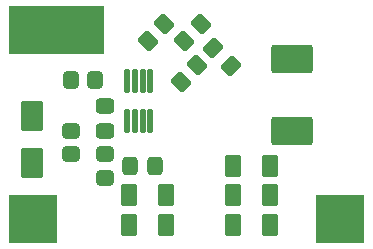
<source format=gbr>
%TF.GenerationSoftware,KiCad,Pcbnew,8.0.6*%
%TF.CreationDate,2024-12-11T22:55:20+08:00*%
%TF.ProjectId,mp2236_power_driver,6d703232-3336-45f7-906f-7765725f6472,rev?*%
%TF.SameCoordinates,Original*%
%TF.FileFunction,Soldermask,Top*%
%TF.FilePolarity,Negative*%
%FSLAX46Y46*%
G04 Gerber Fmt 4.6, Leading zero omitted, Abs format (unit mm)*
G04 Created by KiCad (PCBNEW 8.0.6) date 2024-12-11 22:55:20*
%MOMM*%
%LPD*%
G01*
G04 APERTURE LIST*
G04 Aperture macros list*
%AMRoundRect*
0 Rectangle with rounded corners*
0 $1 Rounding radius*
0 $2 $3 $4 $5 $6 $7 $8 $9 X,Y pos of 4 corners*
0 Add a 4 corners polygon primitive as box body*
4,1,4,$2,$3,$4,$5,$6,$7,$8,$9,$2,$3,0*
0 Add four circle primitives for the rounded corners*
1,1,$1+$1,$2,$3*
1,1,$1+$1,$4,$5*
1,1,$1+$1,$6,$7*
1,1,$1+$1,$8,$9*
0 Add four rect primitives between the rounded corners*
20,1,$1+$1,$2,$3,$4,$5,0*
20,1,$1+$1,$4,$5,$6,$7,0*
20,1,$1+$1,$6,$7,$8,$9,0*
20,1,$1+$1,$8,$9,$2,$3,0*%
G04 Aperture macros list end*
%ADD10RoundRect,0.270833X-0.070711X0.606934X-0.606934X0.070711X0.070711X-0.606934X0.606934X-0.070711X0*%
%ADD11RoundRect,0.050000X-2.000000X-2.000000X2.000000X-2.000000X2.000000X2.000000X-2.000000X2.000000X0*%
%ADD12RoundRect,0.245000X-1.505000X0.980000X-1.505000X-0.980000X1.505000X-0.980000X1.505000X0.980000X0*%
%ADD13RoundRect,0.268868X0.443632X0.681132X-0.443632X0.681132X-0.443632X-0.681132X0.443632X-0.681132X0*%
%ADD14RoundRect,0.270833X-0.379167X-0.479167X0.379167X-0.479167X0.379167X0.479167X-0.379167X0.479167X0*%
%ADD15RoundRect,0.271277X-0.615145X-0.097227X-0.097227X-0.615145X0.615145X0.097227X0.097227X0.615145X0*%
%ADD16RoundRect,0.271277X-0.366223X-0.503723X0.366223X-0.503723X0.366223X0.503723X-0.366223X0.503723X0*%
%ADD17RoundRect,0.271277X-0.097227X0.615145X-0.615145X0.097227X0.097227X-0.615145X0.615145X-0.097227X0*%
%ADD18RoundRect,0.271277X0.503723X-0.366223X0.503723X0.366223X-0.503723X0.366223X-0.503723X-0.366223X0*%
%ADD19RoundRect,0.270833X0.070711X-0.606934X0.606934X-0.070711X-0.070711X0.606934X-0.606934X0.070711X0*%
%ADD20RoundRect,0.125000X0.125000X-0.925000X0.125000X0.925000X-0.125000X0.925000X-0.125000X-0.925000X0*%
%ADD21RoundRect,0.263889X0.686111X-1.036111X0.686111X1.036111X-0.686111X1.036111X-0.686111X-1.036111X0*%
%ADD22RoundRect,0.268868X-0.443632X-0.681132X0.443632X-0.681132X0.443632X0.681132X-0.443632X0.681132X0*%
%ADD23RoundRect,0.270833X0.479167X-0.379167X0.479167X0.379167X-0.479167X0.379167X-0.479167X-0.379167X0*%
G04 APERTURE END LIST*
D10*
X123107107Y-61492893D03*
X121692893Y-62907107D03*
D11*
X116000000Y-62000000D03*
D12*
X133900000Y-64475000D03*
X133900000Y-70525000D03*
D13*
X132025000Y-73500000D03*
X128900000Y-73500000D03*
X132025000Y-78500000D03*
X128900000Y-78500000D03*
D14*
X115200000Y-66250000D03*
X117200000Y-66250000D03*
D11*
X112000000Y-62000000D03*
D13*
X132025000Y-76000000D03*
X128900000Y-76000000D03*
D15*
X127266377Y-63566377D03*
X128733623Y-65033623D03*
D16*
X120212500Y-73500000D03*
X122287500Y-73500000D03*
D17*
X126233623Y-61501732D03*
X124766377Y-62968978D03*
D18*
X118100000Y-70537500D03*
X118100000Y-68462500D03*
D11*
X112000000Y-78000000D03*
D19*
X124492893Y-66407107D03*
X125907107Y-64992893D03*
D20*
X119985000Y-69710000D03*
X120625000Y-69710000D03*
X121285000Y-69710000D03*
X121925000Y-69710000D03*
X121925000Y-66290000D03*
X121285000Y-66290000D03*
X120625000Y-66290000D03*
X119985000Y-66290000D03*
D21*
X111900000Y-73300000D03*
X111900000Y-69300000D03*
D22*
X120100000Y-78500000D03*
X123225000Y-78500000D03*
D11*
X138000000Y-78000000D03*
D23*
X118100000Y-74525000D03*
X118100000Y-72525000D03*
D22*
X120100000Y-76000000D03*
X123225000Y-76000000D03*
D23*
X115200000Y-72525000D03*
X115200000Y-70525000D03*
M02*

</source>
